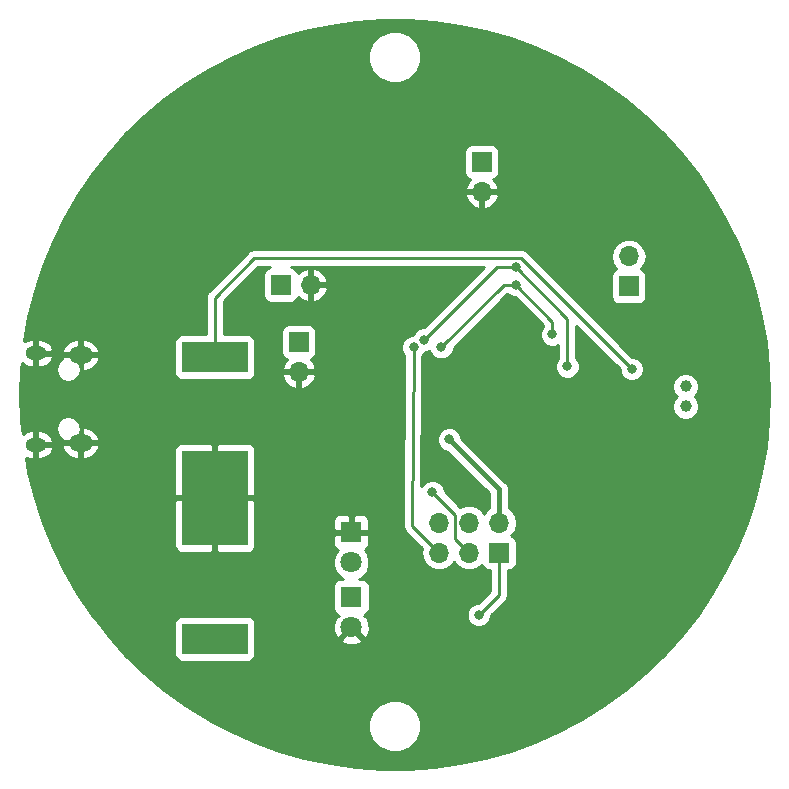
<source format=gbr>
G04 #@! TF.GenerationSoftware,KiCad,Pcbnew,(5.0.1-3-g963ef8bb5)*
G04 #@! TF.CreationDate,2019-06-08T22:51:48-04:00*
G04 #@! TF.ProjectId,EFCv2,45464376322E6B696361645F70636200,rev?*
G04 #@! TF.SameCoordinates,Original*
G04 #@! TF.FileFunction,Copper,L2,Bot,Signal*
G04 #@! TF.FilePolarity,Positive*
%FSLAX46Y46*%
G04 Gerber Fmt 4.6, Leading zero omitted, Abs format (unit mm)*
G04 Created by KiCad (PCBNEW (5.0.1-3-g963ef8bb5)) date Saturday, June 08, 2019 at 10:51:48 pm*
%MOMM*%
%LPD*%
G01*
G04 APERTURE LIST*
G04 #@! TA.AperFunction,SMDPad,CuDef*
%ADD10R,5.560000X8.000000*%
G04 #@! TD*
G04 #@! TA.AperFunction,SMDPad,CuDef*
%ADD11R,5.560000X2.600000*%
G04 #@! TD*
G04 #@! TA.AperFunction,ComponentPad*
%ADD12R,1.800000X1.800000*%
G04 #@! TD*
G04 #@! TA.AperFunction,ComponentPad*
%ADD13C,1.800000*%
G04 #@! TD*
G04 #@! TA.AperFunction,ComponentPad*
%ADD14O,2.000000X1.450000*%
G04 #@! TD*
G04 #@! TA.AperFunction,ComponentPad*
%ADD15O,1.800000X1.150000*%
G04 #@! TD*
G04 #@! TA.AperFunction,ComponentPad*
%ADD16R,1.700000X1.700000*%
G04 #@! TD*
G04 #@! TA.AperFunction,ComponentPad*
%ADD17O,1.700000X1.700000*%
G04 #@! TD*
G04 #@! TA.AperFunction,ComponentPad*
%ADD18C,1.000000*%
G04 #@! TD*
G04 #@! TA.AperFunction,ViaPad*
%ADD19C,0.800000*%
G04 #@! TD*
G04 #@! TA.AperFunction,Conductor*
%ADD20C,0.250000*%
G04 #@! TD*
G04 #@! TA.AperFunction,Conductor*
%ADD21C,0.400000*%
G04 #@! TD*
G04 #@! TA.AperFunction,Conductor*
%ADD22C,0.254000*%
G04 #@! TD*
G04 APERTURE END LIST*
D10*
G04 #@! TO.P,BT1,2*
G04 #@! TO.N,GND*
X68580000Y-90678000D03*
D11*
G04 #@! TO.P,BT1,1*
G04 #@! TO.N,Net-(BT1-Pad1)*
X68580000Y-78773000D03*
X68580000Y-102583000D03*
G04 #@! TD*
D12*
G04 #@! TO.P,D2,1*
G04 #@! TO.N,GND*
X80137000Y-93599000D03*
D13*
G04 #@! TO.P,D2,2*
G04 #@! TO.N,Net-(D2-Pad2)*
X80137000Y-96139000D03*
G04 #@! TD*
D14*
G04 #@! TO.P,J1,6*
G04 #@! TO.N,GND*
X57222000Y-78571000D03*
X57222000Y-86021000D03*
D15*
X53422000Y-78421000D03*
X53422000Y-86171000D03*
G04 #@! TD*
D16*
G04 #@! TO.P,J2,1*
G04 #@! TO.N,/MISO*
X92646500Y-95313500D03*
D17*
G04 #@! TO.P,J2,2*
G04 #@! TO.N,+5V*
X92646500Y-92773500D03*
G04 #@! TO.P,J2,3*
G04 #@! TO.N,/SCLK*
X90106500Y-95313500D03*
G04 #@! TO.P,J2,4*
G04 #@! TO.N,/MOSI*
X90106500Y-92773500D03*
G04 #@! TO.P,J2,5*
G04 #@! TO.N,/RESET*
X87566500Y-95313500D03*
G04 #@! TO.P,J2,6*
G04 #@! TO.N,GND*
X87566500Y-92773500D03*
G04 #@! TD*
D16*
G04 #@! TO.P,LS1,1*
G04 #@! TO.N,Net-(C7-Pad2)*
X91186000Y-62230000D03*
D17*
G04 #@! TO.P,LS1,2*
G04 #@! TO.N,GND*
X91186000Y-64770000D03*
G04 #@! TD*
D16*
G04 #@! TO.P,M1,1*
G04 #@! TO.N,Net-(M1-Pad1)*
X103632000Y-72771000D03*
D17*
G04 #@! TO.P,M1,2*
G04 #@! TO.N,Net-(M1-Pad2)*
X103632000Y-70231000D03*
G04 #@! TD*
D12*
G04 #@! TO.P,Q1,1*
G04 #@! TO.N,/IR_DETECT*
X80137000Y-99060000D03*
D13*
G04 #@! TO.P,Q1,2*
G04 #@! TO.N,GND*
X80137000Y-101600000D03*
G04 #@! TD*
D18*
G04 #@! TO.P,Y2,1*
G04 #@! TO.N,Net-(C11-Pad2)*
X108458000Y-82931000D03*
G04 #@! TO.P,Y2,2*
G04 #@! TO.N,Net-(C12-Pad2)*
X108458000Y-81231000D03*
G04 #@! TD*
D16*
G04 #@! TO.P,SW3,1*
G04 #@! TO.N,/BUTTON_MODE*
X74168000Y-72644000D03*
D17*
G04 #@! TO.P,SW3,2*
G04 #@! TO.N,GND*
X76708000Y-72644000D03*
G04 #@! TD*
G04 #@! TO.P,SW4,2*
G04 #@! TO.N,GND*
X75692000Y-80010000D03*
D16*
G04 #@! TO.P,SW4,1*
G04 #@! TO.N,/BUTTON_SET*
X75692000Y-77470000D03*
G04 #@! TD*
D19*
G04 #@! TO.N,GND*
X81280000Y-73025000D03*
X79375000Y-85090000D03*
X79248000Y-61976000D03*
X97028000Y-85598000D03*
X98298000Y-100076000D03*
G04 #@! TO.N,Net-(BT1-Pad1)*
X103886000Y-79756000D03*
G04 #@! TO.N,+5V*
X88426000Y-85725000D03*
G04 #@! TO.N,/MISO*
X90932000Y-100584000D03*
G04 #@! TO.N,/SCLK*
X86995000Y-90170000D03*
G04 #@! TO.N,/RESET*
X85407500Y-77914500D03*
G04 #@! TO.N,/SDA*
X87757000Y-77914500D03*
X94058000Y-72644000D03*
X97155000Y-76835000D03*
G04 #@! TO.N,/SCL*
X86296500Y-77279500D03*
X94059000Y-71120000D03*
X98425000Y-79544000D03*
G04 #@! TD*
D20*
G04 #@! TO.N,Net-(BT1-Pad1)*
X71902003Y-70394999D02*
X94524999Y-70394999D01*
X68580000Y-73717002D02*
X71902003Y-70394999D01*
X68580000Y-78773000D02*
X68580000Y-73717002D01*
X94524999Y-70394999D02*
X103886000Y-79756000D01*
X103886000Y-79756000D02*
X103886000Y-79756000D01*
D21*
G04 #@! TO.N,+5V*
X92646500Y-89945500D02*
X88426000Y-85725000D01*
X92646500Y-92773500D02*
X92646500Y-89945500D01*
D20*
G04 #@! TO.N,/MISO*
X92646500Y-95313500D02*
X92646500Y-98869500D01*
X92646500Y-98869500D02*
X90932000Y-100584000D01*
X90932000Y-100584000D02*
X90932000Y-100584000D01*
G04 #@! TO.N,/SCLK*
X88931499Y-94138499D02*
X88931499Y-92106499D01*
X90106500Y-95313500D02*
X88931499Y-94138499D01*
X88931499Y-92106499D02*
X86995000Y-90170000D01*
X86995000Y-90170000D02*
X86995000Y-90170000D01*
G04 #@! TO.N,/RESET*
X85280500Y-93027500D02*
X87566500Y-95313500D01*
X85407500Y-77914500D02*
X85280500Y-93027500D01*
G04 #@! TO.N,/SDA*
X93027500Y-72644000D02*
X87757000Y-77914500D01*
X94058000Y-72644000D02*
X93027500Y-72644000D01*
X97155000Y-75741000D02*
X94058000Y-72644000D01*
X97155000Y-76835000D02*
X97155000Y-75741000D01*
G04 #@! TO.N,/SCL*
X92456000Y-71120000D02*
X94059000Y-71120000D01*
X86296500Y-77279500D02*
X92456000Y-71120000D01*
X98425000Y-75486000D02*
X98425000Y-79544000D01*
X94059000Y-71120000D02*
X98425000Y-75486000D01*
G04 #@! TD*
D22*
G04 #@! TO.N,GND*
G36*
X87134203Y-50382465D02*
X89325728Y-50690464D01*
X91490430Y-51150585D01*
X93617762Y-51760588D01*
X95697361Y-52517500D01*
X97719094Y-53417634D01*
X99673113Y-54456604D01*
X101549896Y-55629348D01*
X103340301Y-56930154D01*
X105035606Y-58352683D01*
X106627550Y-59890005D01*
X108108377Y-61534631D01*
X109470875Y-63278549D01*
X110708404Y-65113261D01*
X111814935Y-67029829D01*
X112785078Y-69018916D01*
X113614106Y-71070832D01*
X114297980Y-73175580D01*
X114833368Y-75322905D01*
X115217662Y-77502346D01*
X115448990Y-79703286D01*
X115526225Y-81915000D01*
X115448990Y-84126714D01*
X115217662Y-86327654D01*
X114833368Y-88507095D01*
X114297980Y-90654420D01*
X113614106Y-92759168D01*
X112785078Y-94811084D01*
X111814935Y-96800171D01*
X110708404Y-98716739D01*
X109470875Y-100551451D01*
X108108377Y-102295369D01*
X106627550Y-103939995D01*
X105035606Y-105477317D01*
X103340301Y-106899846D01*
X101549896Y-108200652D01*
X99673113Y-109373396D01*
X97719094Y-110412366D01*
X95697361Y-111312500D01*
X93617762Y-112069412D01*
X91490430Y-112679415D01*
X89325728Y-113139536D01*
X87134203Y-113447535D01*
X84926531Y-113601910D01*
X82713469Y-113601910D01*
X80505797Y-113447535D01*
X78314272Y-113139536D01*
X76149570Y-112679415D01*
X74022238Y-112069412D01*
X71942639Y-111312500D01*
X69920906Y-110412366D01*
X68275393Y-109537431D01*
X81585000Y-109537431D01*
X81585000Y-110426569D01*
X81925259Y-111248026D01*
X82553974Y-111876741D01*
X83375431Y-112217000D01*
X84264569Y-112217000D01*
X85086026Y-111876741D01*
X85714741Y-111248026D01*
X86055000Y-110426569D01*
X86055000Y-109537431D01*
X85714741Y-108715974D01*
X85086026Y-108087259D01*
X84264569Y-107747000D01*
X83375431Y-107747000D01*
X82553974Y-108087259D01*
X81925259Y-108715974D01*
X81585000Y-109537431D01*
X68275393Y-109537431D01*
X67966887Y-109373396D01*
X66090104Y-108200652D01*
X64299699Y-106899846D01*
X62604394Y-105477317D01*
X61012450Y-103939995D01*
X59531623Y-102295369D01*
X58740674Y-101283000D01*
X65152560Y-101283000D01*
X65152560Y-103883000D01*
X65201843Y-104130765D01*
X65342191Y-104340809D01*
X65552235Y-104481157D01*
X65800000Y-104530440D01*
X71360000Y-104530440D01*
X71607765Y-104481157D01*
X71817809Y-104340809D01*
X71958157Y-104130765D01*
X72007440Y-103883000D01*
X72007440Y-102680159D01*
X79236446Y-102680159D01*
X79322852Y-102936643D01*
X79896336Y-103146458D01*
X80506460Y-103120839D01*
X80951148Y-102936643D01*
X81037554Y-102680159D01*
X80137000Y-101779605D01*
X79236446Y-102680159D01*
X72007440Y-102680159D01*
X72007440Y-101283000D01*
X71958157Y-101035235D01*
X71817809Y-100825191D01*
X71607765Y-100684843D01*
X71360000Y-100635560D01*
X65800000Y-100635560D01*
X65552235Y-100684843D01*
X65342191Y-100825191D01*
X65201843Y-101035235D01*
X65152560Y-101283000D01*
X58740674Y-101283000D01*
X58169125Y-100551451D01*
X56931596Y-98716739D01*
X56610163Y-98160000D01*
X78589560Y-98160000D01*
X78589560Y-99960000D01*
X78638843Y-100207765D01*
X78779191Y-100417809D01*
X78977114Y-100550058D01*
X78942282Y-100584890D01*
X79056839Y-100699447D01*
X78800357Y-100785852D01*
X78590542Y-101359336D01*
X78616161Y-101969460D01*
X78800357Y-102414148D01*
X79056841Y-102500554D01*
X79957395Y-101600000D01*
X79943253Y-101585858D01*
X80122858Y-101406253D01*
X80137000Y-101420395D01*
X80151143Y-101406253D01*
X80330748Y-101585858D01*
X80316605Y-101600000D01*
X81217159Y-102500554D01*
X81473643Y-102414148D01*
X81683458Y-101840664D01*
X81657839Y-101230540D01*
X81473643Y-100785852D01*
X81217161Y-100699447D01*
X81331718Y-100584890D01*
X81296886Y-100550058D01*
X81494809Y-100417809D01*
X81635157Y-100207765D01*
X81684440Y-99960000D01*
X81684440Y-98160000D01*
X81635157Y-97912235D01*
X81494809Y-97702191D01*
X81284765Y-97561843D01*
X81037000Y-97512560D01*
X80832080Y-97512560D01*
X81006507Y-97440310D01*
X81438310Y-97008507D01*
X81672000Y-96444330D01*
X81672000Y-95833670D01*
X81438310Y-95269493D01*
X81261956Y-95093139D01*
X81396699Y-95037327D01*
X81575327Y-94858698D01*
X81672000Y-94625309D01*
X81672000Y-93884750D01*
X81513250Y-93726000D01*
X80264000Y-93726000D01*
X80264000Y-93746000D01*
X80010000Y-93746000D01*
X80010000Y-93726000D01*
X78760750Y-93726000D01*
X78602000Y-93884750D01*
X78602000Y-94625309D01*
X78698673Y-94858698D01*
X78877301Y-95037327D01*
X79012044Y-95093139D01*
X78835690Y-95269493D01*
X78602000Y-95833670D01*
X78602000Y-96444330D01*
X78835690Y-97008507D01*
X79267493Y-97440310D01*
X79441920Y-97512560D01*
X79237000Y-97512560D01*
X78989235Y-97561843D01*
X78779191Y-97702191D01*
X78638843Y-97912235D01*
X78589560Y-98160000D01*
X56610163Y-98160000D01*
X55825065Y-96800171D01*
X54854922Y-94811084D01*
X54025894Y-92759168D01*
X53442528Y-90963750D01*
X65165000Y-90963750D01*
X65165000Y-94804309D01*
X65261673Y-95037698D01*
X65440301Y-95216327D01*
X65673690Y-95313000D01*
X68294250Y-95313000D01*
X68453000Y-95154250D01*
X68453000Y-90805000D01*
X68707000Y-90805000D01*
X68707000Y-95154250D01*
X68865750Y-95313000D01*
X71486310Y-95313000D01*
X71719699Y-95216327D01*
X71898327Y-95037698D01*
X71995000Y-94804309D01*
X71995000Y-92572691D01*
X78602000Y-92572691D01*
X78602000Y-93313250D01*
X78760750Y-93472000D01*
X80010000Y-93472000D01*
X80010000Y-92222750D01*
X80264000Y-92222750D01*
X80264000Y-93472000D01*
X81513250Y-93472000D01*
X81672000Y-93313250D01*
X81672000Y-92572691D01*
X81575327Y-92339302D01*
X81396699Y-92160673D01*
X81163310Y-92064000D01*
X80422750Y-92064000D01*
X80264000Y-92222750D01*
X80010000Y-92222750D01*
X79851250Y-92064000D01*
X79110690Y-92064000D01*
X78877301Y-92160673D01*
X78698673Y-92339302D01*
X78602000Y-92572691D01*
X71995000Y-92572691D01*
X71995000Y-90963750D01*
X71836250Y-90805000D01*
X68707000Y-90805000D01*
X68453000Y-90805000D01*
X65323750Y-90805000D01*
X65165000Y-90963750D01*
X53442528Y-90963750D01*
X53342020Y-90654420D01*
X52806632Y-88507095D01*
X52587119Y-87262172D01*
X52970000Y-87381000D01*
X53295000Y-87381000D01*
X53295000Y-86298000D01*
X53549000Y-86298000D01*
X53549000Y-87381000D01*
X53874000Y-87381000D01*
X54327380Y-87240293D01*
X54692402Y-86936796D01*
X54913495Y-86516714D01*
X54915635Y-86484677D01*
X54830927Y-86358258D01*
X55629481Y-86358258D01*
X55641924Y-86424116D01*
X55895533Y-86892862D01*
X56309218Y-87228875D01*
X56820000Y-87381000D01*
X57095000Y-87381000D01*
X57095000Y-86148000D01*
X57349000Y-86148000D01*
X57349000Y-87381000D01*
X57624000Y-87381000D01*
X58134782Y-87228875D01*
X58548467Y-86892862D01*
X58733053Y-86551691D01*
X65165000Y-86551691D01*
X65165000Y-90392250D01*
X65323750Y-90551000D01*
X68453000Y-90551000D01*
X68453000Y-86201750D01*
X68707000Y-86201750D01*
X68707000Y-90551000D01*
X71836250Y-90551000D01*
X71995000Y-90392250D01*
X71995000Y-86551691D01*
X71898327Y-86318302D01*
X71719699Y-86139673D01*
X71486310Y-86043000D01*
X68865750Y-86043000D01*
X68707000Y-86201750D01*
X68453000Y-86201750D01*
X68294250Y-86043000D01*
X65673690Y-86043000D01*
X65440301Y-86139673D01*
X65261673Y-86318302D01*
X65165000Y-86551691D01*
X58733053Y-86551691D01*
X58802076Y-86424116D01*
X58814519Y-86358258D01*
X58691518Y-86148000D01*
X57349000Y-86148000D01*
X57095000Y-86148000D01*
X55752482Y-86148000D01*
X55629481Y-86358258D01*
X54830927Y-86358258D01*
X54790550Y-86298000D01*
X53549000Y-86298000D01*
X53295000Y-86298000D01*
X53275000Y-86298000D01*
X53275000Y-86044000D01*
X53295000Y-86044000D01*
X53295000Y-84961000D01*
X53549000Y-84961000D01*
X53549000Y-86044000D01*
X54790550Y-86044000D01*
X54915635Y-85857323D01*
X54913495Y-85825286D01*
X54692402Y-85405204D01*
X54327380Y-85101707D01*
X53874000Y-84961000D01*
X53549000Y-84961000D01*
X53295000Y-84961000D01*
X52970000Y-84961000D01*
X52516620Y-85101707D01*
X52311418Y-85272322D01*
X52261355Y-84796000D01*
X55116724Y-84796000D01*
X55197052Y-85199837D01*
X55425807Y-85542193D01*
X55630397Y-85678895D01*
X55629481Y-85683742D01*
X55752482Y-85894000D01*
X57095000Y-85894000D01*
X57095000Y-85277583D01*
X57146948Y-85199837D01*
X57227276Y-84796000D01*
X57200423Y-84661000D01*
X57349000Y-84661000D01*
X57349000Y-85894000D01*
X58691518Y-85894000D01*
X58814519Y-85683742D01*
X58802076Y-85617884D01*
X58548467Y-85149138D01*
X58134782Y-84813125D01*
X57624000Y-84661000D01*
X57349000Y-84661000D01*
X57200423Y-84661000D01*
X57146948Y-84392163D01*
X56918193Y-84049807D01*
X56575837Y-83821052D01*
X56273935Y-83761000D01*
X56070065Y-83761000D01*
X55768163Y-83821052D01*
X55425807Y-84049807D01*
X55197052Y-84392163D01*
X55116724Y-84796000D01*
X52261355Y-84796000D01*
X52191010Y-84126714D01*
X52113775Y-81915000D01*
X52187772Y-79796000D01*
X55116724Y-79796000D01*
X55197052Y-80199837D01*
X55425807Y-80542193D01*
X55768163Y-80770948D01*
X56070065Y-80831000D01*
X56273935Y-80831000D01*
X56575837Y-80770948D01*
X56918193Y-80542193D01*
X57146948Y-80199837D01*
X57227276Y-79796000D01*
X57146948Y-79392163D01*
X57095000Y-79314417D01*
X57095000Y-78698000D01*
X57349000Y-78698000D01*
X57349000Y-79931000D01*
X57624000Y-79931000D01*
X58134782Y-79778875D01*
X58548467Y-79442862D01*
X58802076Y-78974116D01*
X58814519Y-78908258D01*
X58691518Y-78698000D01*
X57349000Y-78698000D01*
X57095000Y-78698000D01*
X55752482Y-78698000D01*
X55629481Y-78908258D01*
X55630397Y-78913105D01*
X55425807Y-79049807D01*
X55197052Y-79392163D01*
X55116724Y-79796000D01*
X52187772Y-79796000D01*
X52191010Y-79703286D01*
X52237765Y-79258440D01*
X52516620Y-79490293D01*
X52970000Y-79631000D01*
X53295000Y-79631000D01*
X53295000Y-78548000D01*
X53549000Y-78548000D01*
X53549000Y-79631000D01*
X53874000Y-79631000D01*
X54327380Y-79490293D01*
X54692402Y-79186796D01*
X54913495Y-78766714D01*
X54915635Y-78734677D01*
X54790550Y-78548000D01*
X53549000Y-78548000D01*
X53295000Y-78548000D01*
X53275000Y-78548000D01*
X53275000Y-78294000D01*
X53295000Y-78294000D01*
X53295000Y-77211000D01*
X53549000Y-77211000D01*
X53549000Y-78294000D01*
X54790550Y-78294000D01*
X54830926Y-78233742D01*
X55629481Y-78233742D01*
X55752482Y-78444000D01*
X57095000Y-78444000D01*
X57095000Y-77211000D01*
X57349000Y-77211000D01*
X57349000Y-78444000D01*
X58691518Y-78444000D01*
X58814519Y-78233742D01*
X58802076Y-78167884D01*
X58548467Y-77699138D01*
X58270056Y-77473000D01*
X65152560Y-77473000D01*
X65152560Y-80073000D01*
X65201843Y-80320765D01*
X65342191Y-80530809D01*
X65552235Y-80671157D01*
X65800000Y-80720440D01*
X71360000Y-80720440D01*
X71607765Y-80671157D01*
X71817809Y-80530809D01*
X71927337Y-80366890D01*
X74250524Y-80366890D01*
X74420355Y-80776924D01*
X74810642Y-81205183D01*
X75335108Y-81451486D01*
X75565000Y-81330819D01*
X75565000Y-80137000D01*
X75819000Y-80137000D01*
X75819000Y-81330819D01*
X76048892Y-81451486D01*
X76573358Y-81205183D01*
X76963645Y-80776924D01*
X77133476Y-80366890D01*
X77012155Y-80137000D01*
X75819000Y-80137000D01*
X75565000Y-80137000D01*
X74371845Y-80137000D01*
X74250524Y-80366890D01*
X71927337Y-80366890D01*
X71958157Y-80320765D01*
X72007440Y-80073000D01*
X72007440Y-77473000D01*
X71958157Y-77225235D01*
X71817809Y-77015191D01*
X71607765Y-76874843D01*
X71360000Y-76825560D01*
X69340000Y-76825560D01*
X69340000Y-76620000D01*
X74194560Y-76620000D01*
X74194560Y-78320000D01*
X74243843Y-78567765D01*
X74384191Y-78777809D01*
X74594235Y-78918157D01*
X74697708Y-78938739D01*
X74420355Y-79243076D01*
X74250524Y-79653110D01*
X74371845Y-79883000D01*
X75565000Y-79883000D01*
X75565000Y-79863000D01*
X75819000Y-79863000D01*
X75819000Y-79883000D01*
X77012155Y-79883000D01*
X77133476Y-79653110D01*
X76963645Y-79243076D01*
X76686292Y-78938739D01*
X76789765Y-78918157D01*
X76999809Y-78777809D01*
X77140157Y-78567765D01*
X77189440Y-78320000D01*
X77189440Y-76620000D01*
X77140157Y-76372235D01*
X76999809Y-76162191D01*
X76789765Y-76021843D01*
X76542000Y-75972560D01*
X74842000Y-75972560D01*
X74594235Y-76021843D01*
X74384191Y-76162191D01*
X74243843Y-76372235D01*
X74194560Y-76620000D01*
X69340000Y-76620000D01*
X69340000Y-74031803D01*
X72216805Y-71154999D01*
X73275574Y-71154999D01*
X73070235Y-71195843D01*
X72860191Y-71336191D01*
X72719843Y-71546235D01*
X72670560Y-71794000D01*
X72670560Y-73494000D01*
X72719843Y-73741765D01*
X72860191Y-73951809D01*
X73070235Y-74092157D01*
X73318000Y-74141440D01*
X75018000Y-74141440D01*
X75265765Y-74092157D01*
X75475809Y-73951809D01*
X75616157Y-73741765D01*
X75636739Y-73638292D01*
X75941076Y-73915645D01*
X76351110Y-74085476D01*
X76581000Y-73964155D01*
X76581000Y-72771000D01*
X76835000Y-72771000D01*
X76835000Y-73964155D01*
X77064890Y-74085476D01*
X77474924Y-73915645D01*
X77903183Y-73525358D01*
X78149486Y-73000892D01*
X78028819Y-72771000D01*
X76835000Y-72771000D01*
X76581000Y-72771000D01*
X76561000Y-72771000D01*
X76561000Y-72517000D01*
X76581000Y-72517000D01*
X76581000Y-71323845D01*
X76835000Y-71323845D01*
X76835000Y-72517000D01*
X78028819Y-72517000D01*
X78149486Y-72287108D01*
X77903183Y-71762642D01*
X77474924Y-71372355D01*
X77064890Y-71202524D01*
X76835000Y-71323845D01*
X76581000Y-71323845D01*
X76351110Y-71202524D01*
X75941076Y-71372355D01*
X75636739Y-71649708D01*
X75616157Y-71546235D01*
X75475809Y-71336191D01*
X75265765Y-71195843D01*
X75060426Y-71154999D01*
X91346198Y-71154999D01*
X86256699Y-76244500D01*
X86090626Y-76244500D01*
X85710220Y-76402069D01*
X85419069Y-76693220D01*
X85341909Y-76879500D01*
X85201626Y-76879500D01*
X84821220Y-77037069D01*
X84530069Y-77328220D01*
X84372500Y-77708626D01*
X84372500Y-78120374D01*
X84530069Y-78500780D01*
X84641609Y-78612320D01*
X84521129Y-92949492D01*
X84505612Y-93027500D01*
X84534466Y-93172560D01*
X84562130Y-93318010D01*
X84563950Y-93320784D01*
X84564597Y-93324037D01*
X84646828Y-93447105D01*
X84727987Y-93570805D01*
X84793748Y-93615549D01*
X86125291Y-94947092D01*
X86052408Y-95313500D01*
X86167661Y-95892918D01*
X86495875Y-96384125D01*
X86987082Y-96712339D01*
X87420244Y-96798500D01*
X87712756Y-96798500D01*
X88145918Y-96712339D01*
X88637125Y-96384125D01*
X88836500Y-96085739D01*
X89035875Y-96384125D01*
X89527082Y-96712339D01*
X89960244Y-96798500D01*
X90252756Y-96798500D01*
X90685918Y-96712339D01*
X91177125Y-96384125D01*
X91189316Y-96365881D01*
X91198343Y-96411265D01*
X91338691Y-96621309D01*
X91548735Y-96761657D01*
X91796500Y-96810940D01*
X91886500Y-96810940D01*
X91886501Y-98554697D01*
X90892199Y-99549000D01*
X90726126Y-99549000D01*
X90345720Y-99706569D01*
X90054569Y-99997720D01*
X89897000Y-100378126D01*
X89897000Y-100789874D01*
X90054569Y-101170280D01*
X90345720Y-101461431D01*
X90726126Y-101619000D01*
X91137874Y-101619000D01*
X91518280Y-101461431D01*
X91809431Y-101170280D01*
X91967000Y-100789874D01*
X91967000Y-100623801D01*
X93130973Y-99459829D01*
X93194429Y-99417429D01*
X93362404Y-99166037D01*
X93406500Y-98944352D01*
X93406500Y-98944348D01*
X93421388Y-98869501D01*
X93406500Y-98794654D01*
X93406500Y-96810940D01*
X93496500Y-96810940D01*
X93744265Y-96761657D01*
X93954309Y-96621309D01*
X94094657Y-96411265D01*
X94143940Y-96163500D01*
X94143940Y-94463500D01*
X94094657Y-94215735D01*
X93954309Y-94005691D01*
X93744265Y-93865343D01*
X93698881Y-93856316D01*
X93717125Y-93844125D01*
X94045339Y-93352918D01*
X94160592Y-92773500D01*
X94045339Y-92194082D01*
X93717125Y-91702875D01*
X93481500Y-91545435D01*
X93481500Y-90027732D01*
X93497857Y-89945499D01*
X93481500Y-89863266D01*
X93481500Y-89863263D01*
X93433052Y-89619699D01*
X93248501Y-89343499D01*
X93178786Y-89296917D01*
X89461000Y-85579133D01*
X89461000Y-85519126D01*
X89303431Y-85138720D01*
X89012280Y-84847569D01*
X88631874Y-84690000D01*
X88220126Y-84690000D01*
X87839720Y-84847569D01*
X87548569Y-85138720D01*
X87391000Y-85519126D01*
X87391000Y-85930874D01*
X87548569Y-86311280D01*
X87839720Y-86602431D01*
X88220126Y-86760000D01*
X88280133Y-86760000D01*
X91811501Y-90291370D01*
X91811500Y-91545435D01*
X91575875Y-91702875D01*
X91376500Y-92001261D01*
X91177125Y-91702875D01*
X90685918Y-91374661D01*
X90252756Y-91288500D01*
X89960244Y-91288500D01*
X89527082Y-91374661D01*
X89375648Y-91475846D01*
X88030000Y-90130199D01*
X88030000Y-89964126D01*
X87872431Y-89583720D01*
X87581280Y-89292569D01*
X87200874Y-89135000D01*
X86789126Y-89135000D01*
X86408720Y-89292569D01*
X86117569Y-89583720D01*
X86068470Y-89702256D01*
X86141553Y-81005234D01*
X107323000Y-81005234D01*
X107323000Y-81456766D01*
X107495793Y-81873926D01*
X107702867Y-82081000D01*
X107495793Y-82288074D01*
X107323000Y-82705234D01*
X107323000Y-83156766D01*
X107495793Y-83573926D01*
X107815074Y-83893207D01*
X108232234Y-84066000D01*
X108683766Y-84066000D01*
X109100926Y-83893207D01*
X109420207Y-83573926D01*
X109593000Y-83156766D01*
X109593000Y-82705234D01*
X109420207Y-82288074D01*
X109213133Y-82081000D01*
X109420207Y-81873926D01*
X109593000Y-81456766D01*
X109593000Y-81005234D01*
X109420207Y-80588074D01*
X109100926Y-80268793D01*
X108683766Y-80096000D01*
X108232234Y-80096000D01*
X107815074Y-80268793D01*
X107495793Y-80588074D01*
X107323000Y-81005234D01*
X86141553Y-81005234D01*
X86161563Y-78624148D01*
X86284931Y-78500780D01*
X86362091Y-78314500D01*
X86502374Y-78314500D01*
X86758470Y-78208422D01*
X86879569Y-78500780D01*
X87170720Y-78791931D01*
X87551126Y-78949500D01*
X87962874Y-78949500D01*
X88343280Y-78791931D01*
X88634431Y-78500780D01*
X88792000Y-78120374D01*
X88792000Y-77954301D01*
X93342302Y-73404000D01*
X93354289Y-73404000D01*
X93471720Y-73521431D01*
X93852126Y-73679000D01*
X94018199Y-73679000D01*
X96395001Y-76055804D01*
X96395001Y-76131288D01*
X96277569Y-76248720D01*
X96120000Y-76629126D01*
X96120000Y-77040874D01*
X96277569Y-77421280D01*
X96568720Y-77712431D01*
X96949126Y-77870000D01*
X97360874Y-77870000D01*
X97665001Y-77744027D01*
X97665001Y-78840288D01*
X97547569Y-78957720D01*
X97390000Y-79338126D01*
X97390000Y-79749874D01*
X97547569Y-80130280D01*
X97838720Y-80421431D01*
X98219126Y-80579000D01*
X98630874Y-80579000D01*
X99011280Y-80421431D01*
X99302431Y-80130280D01*
X99460000Y-79749874D01*
X99460000Y-79338126D01*
X99302431Y-78957720D01*
X99185000Y-78840289D01*
X99185000Y-76129802D01*
X102851000Y-79795802D01*
X102851000Y-79961874D01*
X103008569Y-80342280D01*
X103299720Y-80633431D01*
X103680126Y-80791000D01*
X104091874Y-80791000D01*
X104472280Y-80633431D01*
X104763431Y-80342280D01*
X104921000Y-79961874D01*
X104921000Y-79550126D01*
X104763431Y-79169720D01*
X104472280Y-78878569D01*
X104091874Y-78721000D01*
X103925802Y-78721000D01*
X95435802Y-70231000D01*
X102117908Y-70231000D01*
X102233161Y-70810418D01*
X102561375Y-71301625D01*
X102579619Y-71313816D01*
X102534235Y-71322843D01*
X102324191Y-71463191D01*
X102183843Y-71673235D01*
X102134560Y-71921000D01*
X102134560Y-73621000D01*
X102183843Y-73868765D01*
X102324191Y-74078809D01*
X102534235Y-74219157D01*
X102782000Y-74268440D01*
X104482000Y-74268440D01*
X104729765Y-74219157D01*
X104939809Y-74078809D01*
X105080157Y-73868765D01*
X105129440Y-73621000D01*
X105129440Y-71921000D01*
X105080157Y-71673235D01*
X104939809Y-71463191D01*
X104729765Y-71322843D01*
X104684381Y-71313816D01*
X104702625Y-71301625D01*
X105030839Y-70810418D01*
X105146092Y-70231000D01*
X105030839Y-69651582D01*
X104702625Y-69160375D01*
X104211418Y-68832161D01*
X103778256Y-68746000D01*
X103485744Y-68746000D01*
X103052582Y-68832161D01*
X102561375Y-69160375D01*
X102233161Y-69651582D01*
X102117908Y-70231000D01*
X95435802Y-70231000D01*
X95115330Y-69910529D01*
X95072928Y-69847070D01*
X94821536Y-69679095D01*
X94599851Y-69634999D01*
X94599846Y-69634999D01*
X94524999Y-69620111D01*
X94450152Y-69634999D01*
X71976851Y-69634999D01*
X71902003Y-69620111D01*
X71827155Y-69634999D01*
X71827151Y-69634999D01*
X71653608Y-69669519D01*
X71605465Y-69679095D01*
X71418421Y-69804075D01*
X71354074Y-69847070D01*
X71311674Y-69910526D01*
X68095528Y-73126673D01*
X68032072Y-73169073D01*
X67989672Y-73232529D01*
X67989671Y-73232530D01*
X67864097Y-73420465D01*
X67805112Y-73717002D01*
X67820001Y-73791854D01*
X67820000Y-76825560D01*
X65800000Y-76825560D01*
X65552235Y-76874843D01*
X65342191Y-77015191D01*
X65201843Y-77225235D01*
X65152560Y-77473000D01*
X58270056Y-77473000D01*
X58134782Y-77363125D01*
X57624000Y-77211000D01*
X57349000Y-77211000D01*
X57095000Y-77211000D01*
X56820000Y-77211000D01*
X56309218Y-77363125D01*
X55895533Y-77699138D01*
X55641924Y-78167884D01*
X55629481Y-78233742D01*
X54830926Y-78233742D01*
X54915635Y-78107323D01*
X54913495Y-78075286D01*
X54692402Y-77655204D01*
X54327380Y-77351707D01*
X53874000Y-77211000D01*
X53549000Y-77211000D01*
X53295000Y-77211000D01*
X52970000Y-77211000D01*
X52516620Y-77351707D01*
X52437266Y-77417686D01*
X52806632Y-75322905D01*
X53342020Y-73175580D01*
X54025894Y-71070832D01*
X54854922Y-69018916D01*
X55825065Y-67029829D01*
X56923726Y-65126892D01*
X89744514Y-65126892D01*
X89990817Y-65651358D01*
X90419076Y-66041645D01*
X90829110Y-66211476D01*
X91059000Y-66090155D01*
X91059000Y-64897000D01*
X91313000Y-64897000D01*
X91313000Y-66090155D01*
X91542890Y-66211476D01*
X91952924Y-66041645D01*
X92381183Y-65651358D01*
X92627486Y-65126892D01*
X92506819Y-64897000D01*
X91313000Y-64897000D01*
X91059000Y-64897000D01*
X89865181Y-64897000D01*
X89744514Y-65126892D01*
X56923726Y-65126892D01*
X56931596Y-65113261D01*
X58169125Y-63278549D01*
X59531623Y-61534631D01*
X59670853Y-61380000D01*
X89688560Y-61380000D01*
X89688560Y-63080000D01*
X89737843Y-63327765D01*
X89878191Y-63537809D01*
X90088235Y-63678157D01*
X90197855Y-63699961D01*
X89990817Y-63888642D01*
X89744514Y-64413108D01*
X89865181Y-64643000D01*
X91059000Y-64643000D01*
X91059000Y-64623000D01*
X91313000Y-64623000D01*
X91313000Y-64643000D01*
X92506819Y-64643000D01*
X92627486Y-64413108D01*
X92381183Y-63888642D01*
X92174145Y-63699961D01*
X92283765Y-63678157D01*
X92493809Y-63537809D01*
X92634157Y-63327765D01*
X92683440Y-63080000D01*
X92683440Y-61380000D01*
X92634157Y-61132235D01*
X92493809Y-60922191D01*
X92283765Y-60781843D01*
X92036000Y-60732560D01*
X90336000Y-60732560D01*
X90088235Y-60781843D01*
X89878191Y-60922191D01*
X89737843Y-61132235D01*
X89688560Y-61380000D01*
X59670853Y-61380000D01*
X61012450Y-59890005D01*
X62604394Y-58352683D01*
X64299699Y-56930154D01*
X66090104Y-55629348D01*
X67966888Y-54456604D01*
X69920906Y-53417634D01*
X71093792Y-52895431D01*
X81585000Y-52895431D01*
X81585000Y-53784569D01*
X81925259Y-54606026D01*
X82553974Y-55234741D01*
X83375431Y-55575000D01*
X84264569Y-55575000D01*
X85086026Y-55234741D01*
X85714741Y-54606026D01*
X86055000Y-53784569D01*
X86055000Y-52895431D01*
X85714741Y-52073974D01*
X85086026Y-51445259D01*
X84264569Y-51105000D01*
X83375431Y-51105000D01*
X82553974Y-51445259D01*
X81925259Y-52073974D01*
X81585000Y-52895431D01*
X71093792Y-52895431D01*
X71942639Y-52517500D01*
X74022238Y-51760588D01*
X76149570Y-51150585D01*
X78314272Y-50690464D01*
X80505797Y-50382465D01*
X82713469Y-50228090D01*
X84926531Y-50228090D01*
X87134203Y-50382465D01*
X87134203Y-50382465D01*
G37*
X87134203Y-50382465D02*
X89325728Y-50690464D01*
X91490430Y-51150585D01*
X93617762Y-51760588D01*
X95697361Y-52517500D01*
X97719094Y-53417634D01*
X99673113Y-54456604D01*
X101549896Y-55629348D01*
X103340301Y-56930154D01*
X105035606Y-58352683D01*
X106627550Y-59890005D01*
X108108377Y-61534631D01*
X109470875Y-63278549D01*
X110708404Y-65113261D01*
X111814935Y-67029829D01*
X112785078Y-69018916D01*
X113614106Y-71070832D01*
X114297980Y-73175580D01*
X114833368Y-75322905D01*
X115217662Y-77502346D01*
X115448990Y-79703286D01*
X115526225Y-81915000D01*
X115448990Y-84126714D01*
X115217662Y-86327654D01*
X114833368Y-88507095D01*
X114297980Y-90654420D01*
X113614106Y-92759168D01*
X112785078Y-94811084D01*
X111814935Y-96800171D01*
X110708404Y-98716739D01*
X109470875Y-100551451D01*
X108108377Y-102295369D01*
X106627550Y-103939995D01*
X105035606Y-105477317D01*
X103340301Y-106899846D01*
X101549896Y-108200652D01*
X99673113Y-109373396D01*
X97719094Y-110412366D01*
X95697361Y-111312500D01*
X93617762Y-112069412D01*
X91490430Y-112679415D01*
X89325728Y-113139536D01*
X87134203Y-113447535D01*
X84926531Y-113601910D01*
X82713469Y-113601910D01*
X80505797Y-113447535D01*
X78314272Y-113139536D01*
X76149570Y-112679415D01*
X74022238Y-112069412D01*
X71942639Y-111312500D01*
X69920906Y-110412366D01*
X68275393Y-109537431D01*
X81585000Y-109537431D01*
X81585000Y-110426569D01*
X81925259Y-111248026D01*
X82553974Y-111876741D01*
X83375431Y-112217000D01*
X84264569Y-112217000D01*
X85086026Y-111876741D01*
X85714741Y-111248026D01*
X86055000Y-110426569D01*
X86055000Y-109537431D01*
X85714741Y-108715974D01*
X85086026Y-108087259D01*
X84264569Y-107747000D01*
X83375431Y-107747000D01*
X82553974Y-108087259D01*
X81925259Y-108715974D01*
X81585000Y-109537431D01*
X68275393Y-109537431D01*
X67966887Y-109373396D01*
X66090104Y-108200652D01*
X64299699Y-106899846D01*
X62604394Y-105477317D01*
X61012450Y-103939995D01*
X59531623Y-102295369D01*
X58740674Y-101283000D01*
X65152560Y-101283000D01*
X65152560Y-103883000D01*
X65201843Y-104130765D01*
X65342191Y-104340809D01*
X65552235Y-104481157D01*
X65800000Y-104530440D01*
X71360000Y-104530440D01*
X71607765Y-104481157D01*
X71817809Y-104340809D01*
X71958157Y-104130765D01*
X72007440Y-103883000D01*
X72007440Y-102680159D01*
X79236446Y-102680159D01*
X79322852Y-102936643D01*
X79896336Y-103146458D01*
X80506460Y-103120839D01*
X80951148Y-102936643D01*
X81037554Y-102680159D01*
X80137000Y-101779605D01*
X79236446Y-102680159D01*
X72007440Y-102680159D01*
X72007440Y-101283000D01*
X71958157Y-101035235D01*
X71817809Y-100825191D01*
X71607765Y-100684843D01*
X71360000Y-100635560D01*
X65800000Y-100635560D01*
X65552235Y-100684843D01*
X65342191Y-100825191D01*
X65201843Y-101035235D01*
X65152560Y-101283000D01*
X58740674Y-101283000D01*
X58169125Y-100551451D01*
X56931596Y-98716739D01*
X56610163Y-98160000D01*
X78589560Y-98160000D01*
X78589560Y-99960000D01*
X78638843Y-100207765D01*
X78779191Y-100417809D01*
X78977114Y-100550058D01*
X78942282Y-100584890D01*
X79056839Y-100699447D01*
X78800357Y-100785852D01*
X78590542Y-101359336D01*
X78616161Y-101969460D01*
X78800357Y-102414148D01*
X79056841Y-102500554D01*
X79957395Y-101600000D01*
X79943253Y-101585858D01*
X80122858Y-101406253D01*
X80137000Y-101420395D01*
X80151143Y-101406253D01*
X80330748Y-101585858D01*
X80316605Y-101600000D01*
X81217159Y-102500554D01*
X81473643Y-102414148D01*
X81683458Y-101840664D01*
X81657839Y-101230540D01*
X81473643Y-100785852D01*
X81217161Y-100699447D01*
X81331718Y-100584890D01*
X81296886Y-100550058D01*
X81494809Y-100417809D01*
X81635157Y-100207765D01*
X81684440Y-99960000D01*
X81684440Y-98160000D01*
X81635157Y-97912235D01*
X81494809Y-97702191D01*
X81284765Y-97561843D01*
X81037000Y-97512560D01*
X80832080Y-97512560D01*
X81006507Y-97440310D01*
X81438310Y-97008507D01*
X81672000Y-96444330D01*
X81672000Y-95833670D01*
X81438310Y-95269493D01*
X81261956Y-95093139D01*
X81396699Y-95037327D01*
X81575327Y-94858698D01*
X81672000Y-94625309D01*
X81672000Y-93884750D01*
X81513250Y-93726000D01*
X80264000Y-93726000D01*
X80264000Y-93746000D01*
X80010000Y-93746000D01*
X80010000Y-93726000D01*
X78760750Y-93726000D01*
X78602000Y-93884750D01*
X78602000Y-94625309D01*
X78698673Y-94858698D01*
X78877301Y-95037327D01*
X79012044Y-95093139D01*
X78835690Y-95269493D01*
X78602000Y-95833670D01*
X78602000Y-96444330D01*
X78835690Y-97008507D01*
X79267493Y-97440310D01*
X79441920Y-97512560D01*
X79237000Y-97512560D01*
X78989235Y-97561843D01*
X78779191Y-97702191D01*
X78638843Y-97912235D01*
X78589560Y-98160000D01*
X56610163Y-98160000D01*
X55825065Y-96800171D01*
X54854922Y-94811084D01*
X54025894Y-92759168D01*
X53442528Y-90963750D01*
X65165000Y-90963750D01*
X65165000Y-94804309D01*
X65261673Y-95037698D01*
X65440301Y-95216327D01*
X65673690Y-95313000D01*
X68294250Y-95313000D01*
X68453000Y-95154250D01*
X68453000Y-90805000D01*
X68707000Y-90805000D01*
X68707000Y-95154250D01*
X68865750Y-95313000D01*
X71486310Y-95313000D01*
X71719699Y-95216327D01*
X71898327Y-95037698D01*
X71995000Y-94804309D01*
X71995000Y-92572691D01*
X78602000Y-92572691D01*
X78602000Y-93313250D01*
X78760750Y-93472000D01*
X80010000Y-93472000D01*
X80010000Y-92222750D01*
X80264000Y-92222750D01*
X80264000Y-93472000D01*
X81513250Y-93472000D01*
X81672000Y-93313250D01*
X81672000Y-92572691D01*
X81575327Y-92339302D01*
X81396699Y-92160673D01*
X81163310Y-92064000D01*
X80422750Y-92064000D01*
X80264000Y-92222750D01*
X80010000Y-92222750D01*
X79851250Y-92064000D01*
X79110690Y-92064000D01*
X78877301Y-92160673D01*
X78698673Y-92339302D01*
X78602000Y-92572691D01*
X71995000Y-92572691D01*
X71995000Y-90963750D01*
X71836250Y-90805000D01*
X68707000Y-90805000D01*
X68453000Y-90805000D01*
X65323750Y-90805000D01*
X65165000Y-90963750D01*
X53442528Y-90963750D01*
X53342020Y-90654420D01*
X52806632Y-88507095D01*
X52587119Y-87262172D01*
X52970000Y-87381000D01*
X53295000Y-87381000D01*
X53295000Y-86298000D01*
X53549000Y-86298000D01*
X53549000Y-87381000D01*
X53874000Y-87381000D01*
X54327380Y-87240293D01*
X54692402Y-86936796D01*
X54913495Y-86516714D01*
X54915635Y-86484677D01*
X54830927Y-86358258D01*
X55629481Y-86358258D01*
X55641924Y-86424116D01*
X55895533Y-86892862D01*
X56309218Y-87228875D01*
X56820000Y-87381000D01*
X57095000Y-87381000D01*
X57095000Y-86148000D01*
X57349000Y-86148000D01*
X57349000Y-87381000D01*
X57624000Y-87381000D01*
X58134782Y-87228875D01*
X58548467Y-86892862D01*
X58733053Y-86551691D01*
X65165000Y-86551691D01*
X65165000Y-90392250D01*
X65323750Y-90551000D01*
X68453000Y-90551000D01*
X68453000Y-86201750D01*
X68707000Y-86201750D01*
X68707000Y-90551000D01*
X71836250Y-90551000D01*
X71995000Y-90392250D01*
X71995000Y-86551691D01*
X71898327Y-86318302D01*
X71719699Y-86139673D01*
X71486310Y-86043000D01*
X68865750Y-86043000D01*
X68707000Y-86201750D01*
X68453000Y-86201750D01*
X68294250Y-86043000D01*
X65673690Y-86043000D01*
X65440301Y-86139673D01*
X65261673Y-86318302D01*
X65165000Y-86551691D01*
X58733053Y-86551691D01*
X58802076Y-86424116D01*
X58814519Y-86358258D01*
X58691518Y-86148000D01*
X57349000Y-86148000D01*
X57095000Y-86148000D01*
X55752482Y-86148000D01*
X55629481Y-86358258D01*
X54830927Y-86358258D01*
X54790550Y-86298000D01*
X53549000Y-86298000D01*
X53295000Y-86298000D01*
X53275000Y-86298000D01*
X53275000Y-86044000D01*
X53295000Y-86044000D01*
X53295000Y-84961000D01*
X53549000Y-84961000D01*
X53549000Y-86044000D01*
X54790550Y-86044000D01*
X54915635Y-85857323D01*
X54913495Y-85825286D01*
X54692402Y-85405204D01*
X54327380Y-85101707D01*
X53874000Y-84961000D01*
X53549000Y-84961000D01*
X53295000Y-84961000D01*
X52970000Y-84961000D01*
X52516620Y-85101707D01*
X52311418Y-85272322D01*
X52261355Y-84796000D01*
X55116724Y-84796000D01*
X55197052Y-85199837D01*
X55425807Y-85542193D01*
X55630397Y-85678895D01*
X55629481Y-85683742D01*
X55752482Y-85894000D01*
X57095000Y-85894000D01*
X57095000Y-85277583D01*
X57146948Y-85199837D01*
X57227276Y-84796000D01*
X57200423Y-84661000D01*
X57349000Y-84661000D01*
X57349000Y-85894000D01*
X58691518Y-85894000D01*
X58814519Y-85683742D01*
X58802076Y-85617884D01*
X58548467Y-85149138D01*
X58134782Y-84813125D01*
X57624000Y-84661000D01*
X57349000Y-84661000D01*
X57200423Y-84661000D01*
X57146948Y-84392163D01*
X56918193Y-84049807D01*
X56575837Y-83821052D01*
X56273935Y-83761000D01*
X56070065Y-83761000D01*
X55768163Y-83821052D01*
X55425807Y-84049807D01*
X55197052Y-84392163D01*
X55116724Y-84796000D01*
X52261355Y-84796000D01*
X52191010Y-84126714D01*
X52113775Y-81915000D01*
X52187772Y-79796000D01*
X55116724Y-79796000D01*
X55197052Y-80199837D01*
X55425807Y-80542193D01*
X55768163Y-80770948D01*
X56070065Y-80831000D01*
X56273935Y-80831000D01*
X56575837Y-80770948D01*
X56918193Y-80542193D01*
X57146948Y-80199837D01*
X57227276Y-79796000D01*
X57146948Y-79392163D01*
X57095000Y-79314417D01*
X57095000Y-78698000D01*
X57349000Y-78698000D01*
X57349000Y-79931000D01*
X57624000Y-79931000D01*
X58134782Y-79778875D01*
X58548467Y-79442862D01*
X58802076Y-78974116D01*
X58814519Y-78908258D01*
X58691518Y-78698000D01*
X57349000Y-78698000D01*
X57095000Y-78698000D01*
X55752482Y-78698000D01*
X55629481Y-78908258D01*
X55630397Y-78913105D01*
X55425807Y-79049807D01*
X55197052Y-79392163D01*
X55116724Y-79796000D01*
X52187772Y-79796000D01*
X52191010Y-79703286D01*
X52237765Y-79258440D01*
X52516620Y-79490293D01*
X52970000Y-79631000D01*
X53295000Y-79631000D01*
X53295000Y-78548000D01*
X53549000Y-78548000D01*
X53549000Y-79631000D01*
X53874000Y-79631000D01*
X54327380Y-79490293D01*
X54692402Y-79186796D01*
X54913495Y-78766714D01*
X54915635Y-78734677D01*
X54790550Y-78548000D01*
X53549000Y-78548000D01*
X53295000Y-78548000D01*
X53275000Y-78548000D01*
X53275000Y-78294000D01*
X53295000Y-78294000D01*
X53295000Y-77211000D01*
X53549000Y-77211000D01*
X53549000Y-78294000D01*
X54790550Y-78294000D01*
X54830926Y-78233742D01*
X55629481Y-78233742D01*
X55752482Y-78444000D01*
X57095000Y-78444000D01*
X57095000Y-77211000D01*
X57349000Y-77211000D01*
X57349000Y-78444000D01*
X58691518Y-78444000D01*
X58814519Y-78233742D01*
X58802076Y-78167884D01*
X58548467Y-77699138D01*
X58270056Y-77473000D01*
X65152560Y-77473000D01*
X65152560Y-80073000D01*
X65201843Y-80320765D01*
X65342191Y-80530809D01*
X65552235Y-80671157D01*
X65800000Y-80720440D01*
X71360000Y-80720440D01*
X71607765Y-80671157D01*
X71817809Y-80530809D01*
X71927337Y-80366890D01*
X74250524Y-80366890D01*
X74420355Y-80776924D01*
X74810642Y-81205183D01*
X75335108Y-81451486D01*
X75565000Y-81330819D01*
X75565000Y-80137000D01*
X75819000Y-80137000D01*
X75819000Y-81330819D01*
X76048892Y-81451486D01*
X76573358Y-81205183D01*
X76963645Y-80776924D01*
X77133476Y-80366890D01*
X77012155Y-80137000D01*
X75819000Y-80137000D01*
X75565000Y-80137000D01*
X74371845Y-80137000D01*
X74250524Y-80366890D01*
X71927337Y-80366890D01*
X71958157Y-80320765D01*
X72007440Y-80073000D01*
X72007440Y-77473000D01*
X71958157Y-77225235D01*
X71817809Y-77015191D01*
X71607765Y-76874843D01*
X71360000Y-76825560D01*
X69340000Y-76825560D01*
X69340000Y-76620000D01*
X74194560Y-76620000D01*
X74194560Y-78320000D01*
X74243843Y-78567765D01*
X74384191Y-78777809D01*
X74594235Y-78918157D01*
X74697708Y-78938739D01*
X74420355Y-79243076D01*
X74250524Y-79653110D01*
X74371845Y-79883000D01*
X75565000Y-79883000D01*
X75565000Y-79863000D01*
X75819000Y-79863000D01*
X75819000Y-79883000D01*
X77012155Y-79883000D01*
X77133476Y-79653110D01*
X76963645Y-79243076D01*
X76686292Y-78938739D01*
X76789765Y-78918157D01*
X76999809Y-78777809D01*
X77140157Y-78567765D01*
X77189440Y-78320000D01*
X77189440Y-76620000D01*
X77140157Y-76372235D01*
X76999809Y-76162191D01*
X76789765Y-76021843D01*
X76542000Y-75972560D01*
X74842000Y-75972560D01*
X74594235Y-76021843D01*
X74384191Y-76162191D01*
X74243843Y-76372235D01*
X74194560Y-76620000D01*
X69340000Y-76620000D01*
X69340000Y-74031803D01*
X72216805Y-71154999D01*
X73275574Y-71154999D01*
X73070235Y-71195843D01*
X72860191Y-71336191D01*
X72719843Y-71546235D01*
X72670560Y-71794000D01*
X72670560Y-73494000D01*
X72719843Y-73741765D01*
X72860191Y-73951809D01*
X73070235Y-74092157D01*
X73318000Y-74141440D01*
X75018000Y-74141440D01*
X75265765Y-74092157D01*
X75475809Y-73951809D01*
X75616157Y-73741765D01*
X75636739Y-73638292D01*
X75941076Y-73915645D01*
X76351110Y-74085476D01*
X76581000Y-73964155D01*
X76581000Y-72771000D01*
X76835000Y-72771000D01*
X76835000Y-73964155D01*
X77064890Y-74085476D01*
X77474924Y-73915645D01*
X77903183Y-73525358D01*
X78149486Y-73000892D01*
X78028819Y-72771000D01*
X76835000Y-72771000D01*
X76581000Y-72771000D01*
X76561000Y-72771000D01*
X76561000Y-72517000D01*
X76581000Y-72517000D01*
X76581000Y-71323845D01*
X76835000Y-71323845D01*
X76835000Y-72517000D01*
X78028819Y-72517000D01*
X78149486Y-72287108D01*
X77903183Y-71762642D01*
X77474924Y-71372355D01*
X77064890Y-71202524D01*
X76835000Y-71323845D01*
X76581000Y-71323845D01*
X76351110Y-71202524D01*
X75941076Y-71372355D01*
X75636739Y-71649708D01*
X75616157Y-71546235D01*
X75475809Y-71336191D01*
X75265765Y-71195843D01*
X75060426Y-71154999D01*
X91346198Y-71154999D01*
X86256699Y-76244500D01*
X86090626Y-76244500D01*
X85710220Y-76402069D01*
X85419069Y-76693220D01*
X85341909Y-76879500D01*
X85201626Y-76879500D01*
X84821220Y-77037069D01*
X84530069Y-77328220D01*
X84372500Y-77708626D01*
X84372500Y-78120374D01*
X84530069Y-78500780D01*
X84641609Y-78612320D01*
X84521129Y-92949492D01*
X84505612Y-93027500D01*
X84534466Y-93172560D01*
X84562130Y-93318010D01*
X84563950Y-93320784D01*
X84564597Y-93324037D01*
X84646828Y-93447105D01*
X84727987Y-93570805D01*
X84793748Y-93615549D01*
X86125291Y-94947092D01*
X86052408Y-95313500D01*
X86167661Y-95892918D01*
X86495875Y-96384125D01*
X86987082Y-96712339D01*
X87420244Y-96798500D01*
X87712756Y-96798500D01*
X88145918Y-96712339D01*
X88637125Y-96384125D01*
X88836500Y-96085739D01*
X89035875Y-96384125D01*
X89527082Y-96712339D01*
X89960244Y-96798500D01*
X90252756Y-96798500D01*
X90685918Y-96712339D01*
X91177125Y-96384125D01*
X91189316Y-96365881D01*
X91198343Y-96411265D01*
X91338691Y-96621309D01*
X91548735Y-96761657D01*
X91796500Y-96810940D01*
X91886500Y-96810940D01*
X91886501Y-98554697D01*
X90892199Y-99549000D01*
X90726126Y-99549000D01*
X90345720Y-99706569D01*
X90054569Y-99997720D01*
X89897000Y-100378126D01*
X89897000Y-100789874D01*
X90054569Y-101170280D01*
X90345720Y-101461431D01*
X90726126Y-101619000D01*
X91137874Y-101619000D01*
X91518280Y-101461431D01*
X91809431Y-101170280D01*
X91967000Y-100789874D01*
X91967000Y-100623801D01*
X93130973Y-99459829D01*
X93194429Y-99417429D01*
X93362404Y-99166037D01*
X93406500Y-98944352D01*
X93406500Y-98944348D01*
X93421388Y-98869501D01*
X93406500Y-98794654D01*
X93406500Y-96810940D01*
X93496500Y-96810940D01*
X93744265Y-96761657D01*
X93954309Y-96621309D01*
X94094657Y-96411265D01*
X94143940Y-96163500D01*
X94143940Y-94463500D01*
X94094657Y-94215735D01*
X93954309Y-94005691D01*
X93744265Y-93865343D01*
X93698881Y-93856316D01*
X93717125Y-93844125D01*
X94045339Y-93352918D01*
X94160592Y-92773500D01*
X94045339Y-92194082D01*
X93717125Y-91702875D01*
X93481500Y-91545435D01*
X93481500Y-90027732D01*
X93497857Y-89945499D01*
X93481500Y-89863266D01*
X93481500Y-89863263D01*
X93433052Y-89619699D01*
X93248501Y-89343499D01*
X93178786Y-89296917D01*
X89461000Y-85579133D01*
X89461000Y-85519126D01*
X89303431Y-85138720D01*
X89012280Y-84847569D01*
X88631874Y-84690000D01*
X88220126Y-84690000D01*
X87839720Y-84847569D01*
X87548569Y-85138720D01*
X87391000Y-85519126D01*
X87391000Y-85930874D01*
X87548569Y-86311280D01*
X87839720Y-86602431D01*
X88220126Y-86760000D01*
X88280133Y-86760000D01*
X91811501Y-90291370D01*
X91811500Y-91545435D01*
X91575875Y-91702875D01*
X91376500Y-92001261D01*
X91177125Y-91702875D01*
X90685918Y-91374661D01*
X90252756Y-91288500D01*
X89960244Y-91288500D01*
X89527082Y-91374661D01*
X89375648Y-91475846D01*
X88030000Y-90130199D01*
X88030000Y-89964126D01*
X87872431Y-89583720D01*
X87581280Y-89292569D01*
X87200874Y-89135000D01*
X86789126Y-89135000D01*
X86408720Y-89292569D01*
X86117569Y-89583720D01*
X86068470Y-89702256D01*
X86141553Y-81005234D01*
X107323000Y-81005234D01*
X107323000Y-81456766D01*
X107495793Y-81873926D01*
X107702867Y-82081000D01*
X107495793Y-82288074D01*
X107323000Y-82705234D01*
X107323000Y-83156766D01*
X107495793Y-83573926D01*
X107815074Y-83893207D01*
X108232234Y-84066000D01*
X108683766Y-84066000D01*
X109100926Y-83893207D01*
X109420207Y-83573926D01*
X109593000Y-83156766D01*
X109593000Y-82705234D01*
X109420207Y-82288074D01*
X109213133Y-82081000D01*
X109420207Y-81873926D01*
X109593000Y-81456766D01*
X109593000Y-81005234D01*
X109420207Y-80588074D01*
X109100926Y-80268793D01*
X108683766Y-80096000D01*
X108232234Y-80096000D01*
X107815074Y-80268793D01*
X107495793Y-80588074D01*
X107323000Y-81005234D01*
X86141553Y-81005234D01*
X86161563Y-78624148D01*
X86284931Y-78500780D01*
X86362091Y-78314500D01*
X86502374Y-78314500D01*
X86758470Y-78208422D01*
X86879569Y-78500780D01*
X87170720Y-78791931D01*
X87551126Y-78949500D01*
X87962874Y-78949500D01*
X88343280Y-78791931D01*
X88634431Y-78500780D01*
X88792000Y-78120374D01*
X88792000Y-77954301D01*
X93342302Y-73404000D01*
X93354289Y-73404000D01*
X93471720Y-73521431D01*
X93852126Y-73679000D01*
X94018199Y-73679000D01*
X96395001Y-76055804D01*
X96395001Y-76131288D01*
X96277569Y-76248720D01*
X96120000Y-76629126D01*
X96120000Y-77040874D01*
X96277569Y-77421280D01*
X96568720Y-77712431D01*
X96949126Y-77870000D01*
X97360874Y-77870000D01*
X97665001Y-77744027D01*
X97665001Y-78840288D01*
X97547569Y-78957720D01*
X97390000Y-79338126D01*
X97390000Y-79749874D01*
X97547569Y-80130280D01*
X97838720Y-80421431D01*
X98219126Y-80579000D01*
X98630874Y-80579000D01*
X99011280Y-80421431D01*
X99302431Y-80130280D01*
X99460000Y-79749874D01*
X99460000Y-79338126D01*
X99302431Y-78957720D01*
X99185000Y-78840289D01*
X99185000Y-76129802D01*
X102851000Y-79795802D01*
X102851000Y-79961874D01*
X103008569Y-80342280D01*
X103299720Y-80633431D01*
X103680126Y-80791000D01*
X104091874Y-80791000D01*
X104472280Y-80633431D01*
X104763431Y-80342280D01*
X104921000Y-79961874D01*
X104921000Y-79550126D01*
X104763431Y-79169720D01*
X104472280Y-78878569D01*
X104091874Y-78721000D01*
X103925802Y-78721000D01*
X95435802Y-70231000D01*
X102117908Y-70231000D01*
X102233161Y-70810418D01*
X102561375Y-71301625D01*
X102579619Y-71313816D01*
X102534235Y-71322843D01*
X102324191Y-71463191D01*
X102183843Y-71673235D01*
X102134560Y-71921000D01*
X102134560Y-73621000D01*
X102183843Y-73868765D01*
X102324191Y-74078809D01*
X102534235Y-74219157D01*
X102782000Y-74268440D01*
X104482000Y-74268440D01*
X104729765Y-74219157D01*
X104939809Y-74078809D01*
X105080157Y-73868765D01*
X105129440Y-73621000D01*
X105129440Y-71921000D01*
X105080157Y-71673235D01*
X104939809Y-71463191D01*
X104729765Y-71322843D01*
X104684381Y-71313816D01*
X104702625Y-71301625D01*
X105030839Y-70810418D01*
X105146092Y-70231000D01*
X105030839Y-69651582D01*
X104702625Y-69160375D01*
X104211418Y-68832161D01*
X103778256Y-68746000D01*
X103485744Y-68746000D01*
X103052582Y-68832161D01*
X102561375Y-69160375D01*
X102233161Y-69651582D01*
X102117908Y-70231000D01*
X95435802Y-70231000D01*
X95115330Y-69910529D01*
X95072928Y-69847070D01*
X94821536Y-69679095D01*
X94599851Y-69634999D01*
X94599846Y-69634999D01*
X94524999Y-69620111D01*
X94450152Y-69634999D01*
X71976851Y-69634999D01*
X71902003Y-69620111D01*
X71827155Y-69634999D01*
X71827151Y-69634999D01*
X71653608Y-69669519D01*
X71605465Y-69679095D01*
X71418421Y-69804075D01*
X71354074Y-69847070D01*
X71311674Y-69910526D01*
X68095528Y-73126673D01*
X68032072Y-73169073D01*
X67989672Y-73232529D01*
X67989671Y-73232530D01*
X67864097Y-73420465D01*
X67805112Y-73717002D01*
X67820001Y-73791854D01*
X67820000Y-76825560D01*
X65800000Y-76825560D01*
X65552235Y-76874843D01*
X65342191Y-77015191D01*
X65201843Y-77225235D01*
X65152560Y-77473000D01*
X58270056Y-77473000D01*
X58134782Y-77363125D01*
X57624000Y-77211000D01*
X57349000Y-77211000D01*
X57095000Y-77211000D01*
X56820000Y-77211000D01*
X56309218Y-77363125D01*
X55895533Y-77699138D01*
X55641924Y-78167884D01*
X55629481Y-78233742D01*
X54830926Y-78233742D01*
X54915635Y-78107323D01*
X54913495Y-78075286D01*
X54692402Y-77655204D01*
X54327380Y-77351707D01*
X53874000Y-77211000D01*
X53549000Y-77211000D01*
X53295000Y-77211000D01*
X52970000Y-77211000D01*
X52516620Y-77351707D01*
X52437266Y-77417686D01*
X52806632Y-75322905D01*
X53342020Y-73175580D01*
X54025894Y-71070832D01*
X54854922Y-69018916D01*
X55825065Y-67029829D01*
X56923726Y-65126892D01*
X89744514Y-65126892D01*
X89990817Y-65651358D01*
X90419076Y-66041645D01*
X90829110Y-66211476D01*
X91059000Y-66090155D01*
X91059000Y-64897000D01*
X91313000Y-64897000D01*
X91313000Y-66090155D01*
X91542890Y-66211476D01*
X91952924Y-66041645D01*
X92381183Y-65651358D01*
X92627486Y-65126892D01*
X92506819Y-64897000D01*
X91313000Y-64897000D01*
X91059000Y-64897000D01*
X89865181Y-64897000D01*
X89744514Y-65126892D01*
X56923726Y-65126892D01*
X56931596Y-65113261D01*
X58169125Y-63278549D01*
X59531623Y-61534631D01*
X59670853Y-61380000D01*
X89688560Y-61380000D01*
X89688560Y-63080000D01*
X89737843Y-63327765D01*
X89878191Y-63537809D01*
X90088235Y-63678157D01*
X90197855Y-63699961D01*
X89990817Y-63888642D01*
X89744514Y-64413108D01*
X89865181Y-64643000D01*
X91059000Y-64643000D01*
X91059000Y-64623000D01*
X91313000Y-64623000D01*
X91313000Y-64643000D01*
X92506819Y-64643000D01*
X92627486Y-64413108D01*
X92381183Y-63888642D01*
X92174145Y-63699961D01*
X92283765Y-63678157D01*
X92493809Y-63537809D01*
X92634157Y-63327765D01*
X92683440Y-63080000D01*
X92683440Y-61380000D01*
X92634157Y-61132235D01*
X92493809Y-60922191D01*
X92283765Y-60781843D01*
X92036000Y-60732560D01*
X90336000Y-60732560D01*
X90088235Y-60781843D01*
X89878191Y-60922191D01*
X89737843Y-61132235D01*
X89688560Y-61380000D01*
X59670853Y-61380000D01*
X61012450Y-59890005D01*
X62604394Y-58352683D01*
X64299699Y-56930154D01*
X66090104Y-55629348D01*
X67966888Y-54456604D01*
X69920906Y-53417634D01*
X71093792Y-52895431D01*
X81585000Y-52895431D01*
X81585000Y-53784569D01*
X81925259Y-54606026D01*
X82553974Y-55234741D01*
X83375431Y-55575000D01*
X84264569Y-55575000D01*
X85086026Y-55234741D01*
X85714741Y-54606026D01*
X86055000Y-53784569D01*
X86055000Y-52895431D01*
X85714741Y-52073974D01*
X85086026Y-51445259D01*
X84264569Y-51105000D01*
X83375431Y-51105000D01*
X82553974Y-51445259D01*
X81925259Y-52073974D01*
X81585000Y-52895431D01*
X71093792Y-52895431D01*
X71942639Y-52517500D01*
X74022238Y-51760588D01*
X76149570Y-51150585D01*
X78314272Y-50690464D01*
X80505797Y-50382465D01*
X82713469Y-50228090D01*
X84926531Y-50228090D01*
X87134203Y-50382465D01*
G36*
X87693500Y-92646500D02*
X87713500Y-92646500D01*
X87713500Y-92900500D01*
X87693500Y-92900500D01*
X87693500Y-92920500D01*
X87439500Y-92920500D01*
X87439500Y-92900500D01*
X87419500Y-92900500D01*
X87419500Y-92646500D01*
X87439500Y-92646500D01*
X87439500Y-92626500D01*
X87693500Y-92626500D01*
X87693500Y-92646500D01*
X87693500Y-92646500D01*
G37*
X87693500Y-92646500D02*
X87713500Y-92646500D01*
X87713500Y-92900500D01*
X87693500Y-92900500D01*
X87693500Y-92920500D01*
X87439500Y-92920500D01*
X87439500Y-92900500D01*
X87419500Y-92900500D01*
X87419500Y-92646500D01*
X87439500Y-92646500D01*
X87439500Y-92626500D01*
X87693500Y-92626500D01*
X87693500Y-92646500D01*
G04 #@! TD*
M02*

</source>
